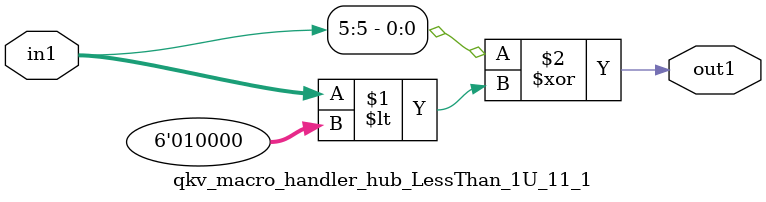
<source format=v>

`timescale 1ps / 1ps


module qkv_macro_handler_hub_LessThan_1U_11_1( in1, out1 );

    input [5:0] in1;
    output out1;

    
    // rtl_process:qkv_macro_handler_hub_LessThan_1U_11_1/qkv_macro_handler_hub_LessThan_1U_11_1_thread_1
    assign out1 = (in1[5] ^ in1 < 6'd16);

endmodule



</source>
